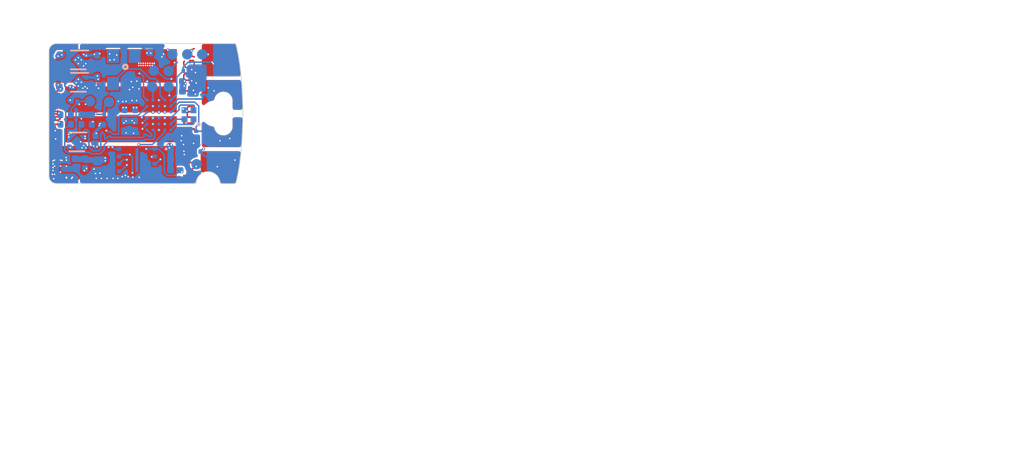
<source format=kicad_pcb>
(kicad_pcb (version 20221018) (generator pcbnew)
  (title_block (title "Tomu, I'm") (date "$Id$") (company "Sean 'xobs' Cross <sean@xobs.io>") (comment 1 "License: CC-BY-SA 4.0 or TAPR") (comment 2 "http://tomu.im") (comment 3 "https://github.com/im-tomu/fomu-hardware"))
  (layers (0 "F.Cu" signal) (1 "In1.Cu" signal) (2 "In2.Cu" signal) (31 "B.Cu" signal) (34 "B.Paste" user) (35 "F.Paste" user) (36 "B.SilkS" user "B.Silkscreen") (37 "F.SilkS" user "F.Silkscreen") (38 "B.Mask" user) (39 "F.Mask" user) (44 "Edge.Cuts" user))
  (net 0 "")
  (net 1 "GND")
  (net 2 "+3V3")
  (net 3 "/SPI_MISO")
  (net 4 "/SPI_CS")
  (net 5 "/SPI_CLK")
  (net 6 "/SPI_IO2")
  (net 7 "/SPI_IO3")
  (net 8 "/CRESET")
  (net 9 "/CDONE")
  (net 10 "/ICE_USBN")
  (net 11 "/ICE_USBP")
  (net 12 "+5V")
  (net 13 "/SPI_MOSI")
  (net 14 "/OSC_IN")
  (net 15 "/PU_CTRL_USBP")
  (net 16 "/VCCPLL")
  (net 17 "+1V2")
  (net 18 "+2V5")
  (net 19 "/TOUCH_4")
  (net 20 "/TOUCH_1")
  (net 21 "/TOUCH_2")
  (net 22 "/TOUCH_3")
  (net 23 "/LED_B")
  (net 24 "/LED_G")
  (net 25 "/LED_R")
  (net 26 "/USB_P")
  (net 27 "/USB_N")
  (net 28 "Net-(U5-PadE3)")
  (net 29 "Net-(U5-PadB3)")
  (net 30 "Net-(U5-PadC3)")
  (net 31 "Net-(U7-Pad1)")
  (footprint "tomu-fpga:captouch-edge" (layer "F.Cu") (at 28.1 21.8 180)
    (fp_text reference "SW2" hide)
    (fp_text value "Captouch Pads")
  )
  (footprint "tomu-fpga:nothing" (layer "F.Cu") (at 15.3 32.4)
    (fp_text reference "XX2" hide)
    (fp_text value "Case" hide)
  )
  (footprint "tomu-fpga:soldermask-removal" (layer "F.Cu") (at 28.8 21.9)
    (fp_text reference "XX1" hide)
    (fp_text value "Touchpad Mask Removal" hide)
  )
  (footprint "tomu-fpga:nothing" (layer "F.Cu") (at 26.85 19.31)
    (fp_text reference "XX3" hide)
    (fp_text value "ESD Bag" hide)
  )
  (footprint "tomu-fpga:USB-PCB" (layer "F.Cu") (at 16.85 27.35)
    (fp_text reference "U9" hide)
    (fp_text value "USB-B" hide)
  )
  (footprint "tomu-fpga:testpoint" (layer "B.Cu") (at 26.3 17.825)
    (fp_text reference "TP3" hide)
    (fp_text value "Testpoint" hide)
  )
  (footprint "tomu-fpga:testpoint" (layer "B.Cu") (at 25.05 18.95)
    (fp_text reference "TP4" hide)
    (fp_text value "Testpoint" hide)
  )
  (footprint "tomu-fpga:testpoint" (layer "B.Cu") (at 23.95 20)
    (fp_text reference "TP6" hide)
    (fp_text value "Testpoint" hide)
  )
  (footprint "tomu-fpga:testpoint" (layer "B.Cu") (at 26.925 25.2)
    (fp_text reference "TP7" hide)
    (fp_text value "Testpoint" hide)
  )
  (footprint "tomu-fpga:testpoint" (layer "B.Cu") (at 25.05 20)
    (fp_text reference "TP9" hide)
    (fp_text value "Testpoint" hide)
  )
  (footprint "tomu-fpga:testpoint" (layer "B.Cu") (at 19.775 20.975)
    (fp_text reference "TP10" hide)
    (fp_text value "Testpoint" hide)
  )
  (footprint "tomu-fpga:testpoint" (layer "B.Cu") (at 17.6 20.95)
    (fp_text reference "TP1" hide)
    (fp_text value "Testpoint" hide)
  )
  (footprint "tomu-fpga:testpoint" (layer "B.Cu") (at 25.3 17.825)
    (fp_text reference "TP2" hide)
    (fp_text value "Testpoint" hide)
  )
  (footprint "tomu-fpga:Texas_X2SON-4_1x1mm_P0.65mm" (layer "B.Cu") (at 18.9 23.7 180)
    (fp_text reference "U2" hide)
    (fp_text value "LDO-X2SON-3.3V")
  )
  (footprint "tomu-fpga:Texas_X2SON-4_1x1mm_P0.65mm" (layer "B.Cu") (at 19 18.2 180)
    (fp_text reference "U1" hide)
    (fp_text value "LDO-X2SON-1.2V")
  )
  (footprint "tomu-fpga:R_0201_0603Metric" (layer "B.Cu") (at 19.9 22.2 90)
    (fp_text reference "R9" hide)
    (fp_text value "0201, 1.5k, 1/16W, 1%")
  )
  (footprint "tomu-fpga:R_0201_0603Metric" (layer "B.Cu") (at 19.2 22.2 90)
    (fp_text reference "R12" hide)
    (fp_text value "0201, 22ohm, 1/16W, 1%")
  )
  (footprint "tomu-fpga:R_0201_0603Metric" (layer "B.Cu") (at 18.5 22.2 90)
    (fp_text reference "R11" hide)
    (fp_text value "0201, 22ohm, 1/16W, 1%")
  )
  (footprint "tomu-fpga:C_0201_0603Metric" (layer "B.Cu") (at 20.26 19.68 -90)
    (fp_text reference "C10" hide)
    (fp_text value "0201, 1uF, 10V, X5R, 20%")
  )
  (footprint "tomu-fpga:C_0201_0603Metric" (layer "B.Cu") (at 20.26 18.205 -90)
    (fp_text reference "C8" hide)
    (fp_text value "0201, 1uF, 10V, X5R, 20%")
  )
  (footprint "tomu-fpga:C_0201_0603Metric" (layer "B.Cu") (at 22.8 22.625 -90)
    (fp_text reference "C7" hide)
    (fp_text value "0201, 100nF, 10V, X5R, 20%")
  )
  (footprint "tomu-fpga:C_0201_0603Metric" (layer "B.Cu") (at 20.95 22.545)
    (fp_text reference "C4" hide)
    (fp_text value "0201, 100nF, 10V, X5R, 20%")
  )
  (footprint "tomu-fpga:C_0201_0603Metric" (layer "B.Cu") (at 17.74 18.185 90)
    (fp_text reference "C1" hide)
    (fp_text value "0201, 1uF, 10V, X5R, 20%")
  )
  (footprint "tomu-fpga:C_0201_0603Metric" (layer "B.Cu") (at 26.3 19.625)
    (fp_text reference "C25" hide)
    (fp_text value "0201, 1uF, 10V, X5R, 20%")
  )
  (footprint "tomu-fpga:C_0201_0603Metric" (layer "B.Cu") (at 26.3 20.325)
    (fp_text reference "C21" hide)
    (fp_text value "0201, 100nF, 10V, X5R, 20%")
  )
  (footprint "tomu-fpga:C_0201_0603Metric" (layer "B.Cu") (at 22.8 21.225 90)
    (fp_text reference "C20" hide)
    (fp_text value "0201, 100nF, 10V, X5R, 20%")
  )
  (footprint "tomu-fpga:C_0201_0603Metric" (layer "B.Cu") (at 22.1 21.225 90)
    (fp_text reference "C17" hide)
    (fp_text value "0201, 1uF, 10V, X5R, 20%")
  )
  (footprint "tomu-fpga:iCE40UP5K-UWG30" (layer "B.Cu") (at 24.4 21.9)
    (fp_text reference "U5")
    (fp_text value "ICE40UP5K-UWG30")
  )
  (footprint "tomu-fpga:testpoint" (layer "B.Cu") (at 27.3 17.825)
    (fp_text reference "TP5" hide)
    (fp_text value "Testpoint" hide)
  )
  (footprint "tomu-fpga:XTAL-2520" (layer "B.Cu") (at 22.05 18.865 -90)
    (fp_text reference "U7" hide)
    (fp_text value "Crystal Oscillator")
  )
  (footprint "tomu-fpga:SON50P300X200X60-9N" (layer "B.Cu") (at 22.925 24.925 180)
    (fp_text reference "U4" hide)
    (fp_text value "SPI Flash" hide)
  )
  (footprint "tomu-fpga:testpoint" (layer "B.Cu") (at 24.05 18.915)
    (fp_text reference "TP8" hide)
    (fp_text value "Testpoint" hide)
  )
  (footprint "tomu-fpga:R_0201_0603Metric" (layer "B.Cu") (at 17.8 22.2 -90)
    (fp_text reference "R1" hide)
    (fp_text value "0201, 10k, 1/16W")
  )
  (footprint "tomu-fpga:X1-DFN1006-2" (layer "B.Cu") (at 27.325 20.35 90)
    (fp_text reference "D4" hide)
    (fp_text value "D5V0L1B2LP3-7")
  )
  (footprint "tomu-fpga:X1-DFN1006-2" (layer "B.Cu") (at 26.9 23.175 -90)
    (fp_text reference "D2" hide)
    (fp_text value "D5V0L1B2LP3-7")
  )
  (footprint "tomu-fpga:X1-DFN1006-2" (layer "B.Cu") (at 26.975 24.35 180)
    (fp_text reference "D1" hide)
    (fp_text value "D5V0L1B2LP3-7")
  )
  (footprint "tomu-fpga:C_0201_0603Metric" (layer "B.Cu") (at 17.74 19.695 -90)
    (fp_text reference "C3" hide)
    (fp_text value "0201, 1uF, 10V, X5R, 20%")
  )
  (footprint "tomu-fpga:X1-DFN1006-2" (layer "B.Cu") (at 18.725 20.975 180)
    (fp_text reference "D7" hide)
    (fp_text value "D5V0L1B2LP3-7")
  )
  (footprint "tomu-fpga:C_0201_0603Metric" (layer "B.Cu") (at 20.15 23.595 -90)
    (fp_text reference "C9" hide)
    (fp_text value "0201, 1uF, 10V, X5R, 20%")
  )
  (footprint "tomu-fpga:testpoint" (layer "B.Cu") (at 21.05 21.025)
    (fp_text reference "TP11" hide)
    (fp_text value "Testpoint" hide)
  )
  (footprint "tomu-fpga:X1-DFN1006-2" (layer "B.Cu") (at 20.925 21.85)
    (fp_text reference "D6" hide)
    (fp_text value "D5V0L1B2LP3-7")
  )
  (footprint "tomu-fpga:testpoint" (layer "B.Cu") (at 26.1 23.3)
    (fp_text reference "TP12" hide)
    (fp_text value "Testpoint" hide)
  )
  (footprint "tomu-fpga:R_0201_0603Metric" (layer "B.Cu") (at 25.5 25.6 180)
    (fp_text reference "R5" hide)
    (fp_text value "0201, 10k, 1/16W")
  )
  (footprint "tomu-fpga:C_0201_0603Metric" (layer "B.Cu") (at 24.11 17.745 180)
    (fp_text reference "C11" hide)
    (fp_text value "0201, 100nF, 10V, X5R, 20%")
  )
  (footprint "tomu-fpga:C_0201_0603Metric" (layer "B.Cu") (at 22.1 22.625 -90)
    (fp_text reference "C5" hide)
    (fp_text value "0201, 1uF, 10V, X5R, 20%")
  )
  (footprint "tomu-fpga:C_0402_1005Metric" (layer "B.Cu") (at 20.3 25.46 90)
    (fp_text reference "C22" hide)
    (fp_text value "0402, 10uF, 6.3V, X5R, 20%")
  )
  (footprint "tomu-fpga:Texas_X2SON-4_1x1mm_P0.65mm" (layer "B.Cu") (at 19 19.7 180)
    (fp_text reference "U3" hide)
    (fp_text value "LDO-X2SON-2.5V")
  )
  (footprint "tomu-fpga:C_0201_0603Metric" (layer "B.Cu") (at 18.05 25.15 -90)
    (fp_text reference "C2" hide)
    (fp_text value "0201, 1uF, 10V, X5R, 20%")
  )
  (footprint "tomu-fpga:TVS-11V" (layer "B.Cu") (at 19.05 26.125)
    (fp_text reference "D5" hide)
    (fp_text value "VCUT05E1-SD0")
  )
  (footprint "tomu-fpga:C_0201_0603Metric" (layer "B.Cu") (at 18.75 25.15 90)
    (fp_text reference "C23" hide)
    (fp_text value "0201, 100nF, 10V, X5R, 20%")
  )
  (footprint "tomu-fpga:R_0201_0603Metric" (layer "B.Cu") (at 19.45 25.155 90)
    (fp_text reference "R10" hide)
    (fp_text value "0201, 100ohm, 1/16W, 1%")
  )
  (footprint "tomu-fpga:X1-DFN1006-2" (layer "B.Cu") (at 26.225 18.925)
    (fp_text reference "D3" hide)
    (fp_text value "D5V0L1B2LP3-7")
  )
  (footprint "tomu-fpga:C_0201_0603Metric" (layer "B.Cu") (at 25.5 24.9 180)
    (fp_text reference "C24" hide)
    (fp_text value "0201, 1uF, 10V, X5R, 20%")
  )
  (footprint "tomu-fpga:C_0201_0603Metric" (layer "B.Cu") (at 25.5 24.2 180)
    (fp_text reference "C28" hide)
    (fp_text value "0201, 100nF, 10V, X5R, 20%")
  )
  (footprint "tomu-fpga:LED-RGB-5DS-UHD1110-FKA" (layer "B.Cu") (at 26.42 21.88 90)
    (fp_text reference "U10" hide)
    (fp_text value "RGB-LED")
  )
  (gr_arc (start 17.025 17.6) (mid 17.171447 17.246447) (end 17.525 17.1) (stroke (width 0.05)) (layer "Edge.Cuts"))
  (gr_arc (start 29.325 22.65) (mid 28.725 23.25) (end 28.125 22.65) (stroke (width 0.01)) (layer "Edge.Cuts"))
  (gr_line (start 29.885 18.97) (end 29.865 18.86) (stroke (width 0.05)) (layer "Edge.Cuts"))
  (gr_line (start 29.695 25.88) (end 29.715 25.78) (stroke (width 0.05)) (layer "Edge.Cuts"))
  (gr_line (start 30.025 22.34) (end 30.025 22.2) (stroke (width 0.05)) (layer "Edge.Cuts"))
  (gr_line (start 29.735 25.69) (end 29.745 25.59) (stroke (width 0.05)) (layer "Edge.Cuts"))
  (gr_line (start 29.655 17.55) (end 29.645 17.46) (stroke (width 0.05)) (layer "Edge.Cuts"))
  (gr_line (start 29.905 24.39) (end 29.915 24.27) (stroke (width 0.05)) (layer "Edge.Cuts"))
  (gr_line (start 30.025 22.2) (end 30.025 22.07) (stroke (width 0.05)) (layer "Edge.Cuts"))
  (gr_line (start 29.585 26.37) (end 29.605 26.3) (stroke (width 0.05)) (layer "Edge.Cuts"))
  (gr_line (start 29.655 26.05) (end 29.675 25.96) (stroke (width 0.05)) (layer "Edge.Cuts"))
  (gr_line (start 29.885 24.63) (end 29.895 24.51) (stroke (width 0.05)) (layer "Edge.Cuts"))
  (gr_line (start 29.855 24.86) (end 29.865 24.74) (stroke (width 0.05)) (layer "Edge.Cuts"))
  (gr_line (start 29.795 18.31) (end 29.785 18.21) (stroke (width 0.05)) (layer "Edge.Cuts"))
  (gr_line (start 29.625 26.22) (end 29.645 26.14) (stroke (width 0.05)) (layer "Edge.Cuts"))
  (gr_line (start 29.965 23.65) (end 29.975 23.53) (stroke (width 0.05)) (layer "Edge.Cuts"))
  (gr_line (start 30.015 22.47) (end 30.025 22.34) (stroke (width 0.05)) (layer "Edge.Cuts"))
  (gr_line (start 29.555 26.45) (end 29.585 26.37) (stroke (width 0.05)) (layer "Edge.Cuts"))
  (gr_line (start 29.855 18.74) (end 29.845 18.63) (stroke (width 0.05)) (layer "Edge.Cuts"))
  (gr_line (start 29.945 23.9) (end 29.955 23.78) (stroke (width 0.05)) (layer "Edge.Cuts"))
  (gr_arc (start 17.525 26.5) (mid 17.171447 26.353553) (end 17.025 26) (stroke (width 0.05)) (layer "Edge.Cuts"))
  (gr_line (start 29.735 17.91) (end 29.715 17.82) (stroke (width 0.05)) (layer "Edge.Cuts"))
  (gr_line (start 29.975 20.07) (end 29.965 19.95) (stroke (width 0.05)) (layer "Edge.Cuts"))
  (gr_line (start 29.645 17.46) (end 29.625 17.38) (stroke (width 0.05)) (layer "Edge.Cuts"))
  (gr_line (start 30.005 20.73) (end 30.005 20.59) (stroke (width 0.05)) (layer "Edge.Cuts"))
  (gr_arc (start 26.9 26.5) (mid 27.7 25.7) (end 28.5 26.5) (stroke (width 0.05)) (layer "Edge.Cuts"))
  (gr_line (start 29.995 23.14) (end 30.005 23.01) (stroke (width 0.05)) (layer "Edge.Cuts"))
  (gr_line (start 29.645 26.14) (end 29.655 26.05) (stroke (width 0.05)) (layer "Edge.Cuts"))
  (gr_line (start 29.815 18.42) (end 29.795 18.31) (stroke (width 0.05)) (layer "Edge.Cuts"))
  (gr_line (start 29.985 20.2) (end 29.975 20.07) (stroke (width 0.05)) (layer "Edge.Cuts"))
  (gr_line (start 30.015 20.99) (end 30.015 20.86) (stroke (width 0.05)) (layer "Edge.Cuts"))
  (gr_line (start 29.845 18.63) (end 29.825 18.52) (stroke (width 0.05)) (layer "Edge.Cuts"))
  (gr_line (start 29.945 19.7) (end 29.935 19.57) (stroke (width 0.05)) (layer "Edge.Cuts"))
  (gr_line (start 29.825 18.52) (end 29.815 18.42) (stroke (width 0.05)) (layer "Edge.Cuts"))
  (gr_line (start 29.925 24.15) (end 29.935 24.03) (stroke (width 0.05)) (layer "Edge.Cuts"))
  (gr_line (start 29.745 18.01) (end 29.735 17.91) (stroke (width 0.05)) (layer "Edge.Cuts"))
  (gr_line (start 29.865 18.86) (end 29.855 18.74) (stroke (width 0.05)) (layer "Edge.Cuts"))
  (gr_line (start 29.935 24.03) (end 29.945 23.9) (stroke (width 0.05)) (layer "Edge.Cuts"))
  (gr_line (start 29.525 17.1) (end 17.525 17.1) (stroke (width 0.05)) (layer "Edge.Cuts"))
  (gr_line (start 29.815 25.18) (end 29.825 25.08) (stroke (width 0.05)) (layer "Edge.Cuts"))
  (gr_line (start 30.015 22.61) (end 30.015 22.47) (stroke (width 0.05)) (layer "Edge.Cuts"))
  (gr_line (start 29.985 23.27) (end 29.995 23.14) (stroke (width 0.05)) (layer "Edge.Cuts"))
  (gr_line (start 30.015 22.74) (end 30.015 22.61) (stroke (width 0.05)) (layer "Edge.Cuts"))
  (gr_line (start 29.525 26.5) (end 29.555 26.45) (stroke (width 0.05)) (layer "Edge.Cuts"))
  (gr_line (start 29.785 18.21) (end 29.765 18.11) (stroke (width 0.05)) (layer "Edge.Cuts"))
  (gr_line (start 29.915 24.27) (end 29.925 24.15) (stroke (width 0.05)) (layer "Edge.Cuts"))
  (gr_line (start 29.935 19.57) (end 29.925 19.45) (stroke (width 0.05)) (layer "Edge.Cuts"))
  (gr_line (start 29.765 25.49) (end 29.785 25.39) (stroke (width 0.05)) (layer "Edge.Cuts"))
  (gr_line (start 30.025 21.8) (end 30.025 21.67) (stroke (width 0.05)) (layer "Edge.Cuts"))
  (gr_line (start 29.925 19.45) (end 29.915 19.33) (stroke (width 0.05)) (layer "Edge.Cuts"))
  (gr_line (start 29.955 19.82) (end 29.945 19.7) (stroke (width 0.05)) (layer "Edge.Cuts"))
  (gr_line (start 29.795 25.29) (end 29.815 25.18) (stroke (width 0.05)) (layer "Edge.Cuts"))
  (gr_line (start 29.325 20.95) (end 29.325 22.65) (stroke (width 0.01)) (layer "Edge.Cuts"))
  (gr_line (start 29.675 25.96) (end 29.695 25.88) (stroke (width 0.05)) (layer "Edge.Cuts"))
  (gr_line (start 30.025 21.4) (end 30.025 21.26) (stroke (width 0.05)) (layer "Edge.Cuts"))
  (gr_line (start 29.895 19.09) (end 29.885 18.97) (stroke (width 0.05)) (layer "Edge.Cuts"))
  (gr_arc (start 28.125 20.95) (mid 28.725 20.35) (end 29.325 20.95) (stroke (width 0.01)) (layer "Edge.Cuts"))
  (gr_line (start 17.525 26.5) (end 26.9 26.5) (stroke (width 0.05)) (layer "Edge.Cuts"))
  (gr_line (start 30.025 21.93) (end 30.025 21.8) (stroke (width 0.05)) (layer "Edge.Cuts"))
  (gr_line (start 29.605 26.3) (end 29.625 26.22) (stroke (width 0.05)) (layer "Edge.Cuts"))
  (gr_line (start 29.765 18.11) (end 29.745 18.01) (stroke (width 0.05)) (layer "Edge.Cuts"))
  (gr_line (start 17.025 17.6) (end 17.025 26) (stroke (width 0.05)) (layer "Edge.Cuts"))
  (gr_line (start 29.995 20.46) (end 29.985 20.33) (stroke (width 0.05)) (layer "Edge.Cuts"))
  (gr_line (start 29.785 25.39) (end 29.795 25.29) (stroke (width 0.05)) (layer "Edge.Cuts"))
  (gr_line (start 29.845 24.97) (end 29.855 24.86) (stroke (width 0.05)) (layer "Edge.Cuts"))
  (gr_line (start 29.965 19.95) (end 29.955 19.82) (stroke (width 0.05)) (layer "Edge.Cuts"))
  (gr_line (start 29.585 17.23) (end 29.555 17.15) (stroke (width 0.05)) (layer "Edge.Cuts"))
  (gr_line (start 30.015 20.86) (end 30.005 20.73) (stroke (width 0.05)) (layer "Edge.Cuts"))
  (gr_line (start 29.895 24.51) (end 29.905 24.39) (stroke (width 0.05)) (layer "Edge.Cuts"))
  (gr_line (start 30.015 21.13) (end 30.015 20.99) (stroke (width 0.05)) (layer "Edge.Cuts"))
  (gr_line (start 29.825 25.08) (end 29.845 24.97) (stroke (width 0.05)) (layer "Edge.Cuts"))
  (gr_line (start 29.555 17.15) (end 29.525 17.1) (stroke (width 0.05)) (layer "Edge.Cuts"))
  (gr_line (start 29.695 17.72) (end 29.675 17.64) (stroke (width 0.05)) (layer "Edge.Cuts"))
  (gr_line (start 29.915 19.33) (end 29.905 19.21) (stroke (width 0.05)) (layer "Edge.Cuts"))
  (gr_line (start 29.745 25.59) (end 29.765 25.49) (stroke (width 0.05)) (layer "Edge.Cuts"))
  (gr_line (start 29.605 17.3) (end 29.585 17.23) (stroke (width 0.05)) (layer "Edge.Cuts"))
  (gr_line (start 29.715 25.78) (end 29.735 25.69) (stroke (width 0.05)) (layer "Edge.Cuts"))
  (gr_line (start 29.905 19.21) (end 29.895 19.09) (stroke (width 0.05)) (layer "Edge.Cuts"))
  (gr_line (start 30.005 20.59) (end 29.995 20.46) (stroke (width 0.05)) (layer "Edge.Cuts"))
  (gr_line (start 30.005 23.01) (end 30.005 22.87) (stroke (width 0.05)) (layer "Edge.Cuts"))
  (gr_line (start 28.5 26.5) (end 29.525 26.5) (stroke (width 0.05)) (layer "Edge.Cuts"))
  (gr_line (start 29.715 17.82) (end 29.695 17.72) (stroke (width 0.05)) (layer "Edge.Cuts"))
  (gr_line (start 29.985 23.4) (end 29.985 23.27) (stroke (width 0.05)) (layer "Edge.Cuts"))
  (gr_line (start 30.025 21.53) (end 30.025 21.4) (stroke (width 0.05)) (layer "Edge.Cuts"))
  (gr_line (start 30.025 21.67) (end 30.025 21.53) (stroke (width 0.05)) (layer "Edge.Cuts"))
  (gr_line (start 29.975 23.53) (end 29.985 23.4) (stroke (width 0.05)) (layer "Edge.Cuts"))
  (gr_line (start 29.625 17.38) (end 29.605 17.3) (stroke (width 0.05)) (layer "Edge.Cuts"))
  (gr_line (start 30.025 21.26) (end 30.015 21.13) (stroke (width 0.05)) (layer "Edge.Cuts"))
  (gr_line (start 29.955 23.78) (end 29.965 23.65) (stroke (width 0.05)) (layer "Edge.Cuts"))
  (gr_line (start 29.985 20.33) (end 29.985 20.2) (stroke (width 0.05)) (layer "Edge.Cuts"))
  (gr_line (start 30.025 22.07) (end 30.025 21.93) (stroke (width 0.05)) (layer "Edge.Cuts"))
  (gr_line (start 29.675 17.64) (end 29.655 17.55) (stroke (width 0.05)) (layer "Edge.Cuts"))
  (gr_line (start 30.005 22.87) (end 30.015 22.74) (stroke (width 0.05)) (layer "Edge.Cuts"))
  (gr_line (start 29.865 24.74) (end 29.885 24.63) (stroke (width 0.05)) (layer "Edge.Cuts"))
  (gr_arc (start 28.125 22.65) (mid 27.275 21.8) (end 28.125 20.95) (stroke (width 0.01)) (layer "Edge.Cuts"))
  (gr_text "tomu.im FPGA" (at 26.45 26.225 90) (layer "F.Cu") (effects (font (size 0.7 0.84) (thickness 0.1)) (justify left)))
  (gr_text "PVT10419SG" (at 17.55 21.875 90) (layer "F.Cu") (effects (font (size 0.5 0.41) (thickness 0.1025))))
  (segment (start 18.2 18.45) (end 18.225 18.425) (width 0.1524) (layer "F.Cu") (net 1))
  (segment (start 21.525 18.425) (end 18.225 18.425) (width 0.1524) (layer "F.Cu") (net 1))
  (segment (start 17.6 18.45) (end 18.2 18.45) (width 0.1524) (layer "F.Cu") (net 1))
  (segment (start 18.225 18.425) (end 18.225 18.6) (width 0.1524) (layer "F.Cu") (net 1))
  (segment (start 21.7 18.6) (end 21.525 18.425) (width 0.1524) (layer "F.Cu") (net 1))
  (segment (start 18.225 18.6) (end 17.6 19.225) (width 0.1524) (layer "F.Cu") (net 1))
  (segment (start 17.45 19.2) (end 18.225 18.425) (width 0.1524) (layer "F.Cu") (net 1))
  (via micro (at 23.65 18.575) (size 0.2) (drill 0.1) (layers "F.Cu" "In1.Cu") (net 1))
  (via micro (at 23.95 18.425) (size 0.2) (drill 0.1) (layers "F.Cu" "In1.Cu") (net 1))
  (via micro (at 23.5 18.575) (size 0.2) (drill 0.1) (layers "F.Cu" "In1.Cu") (net 1))
  (via micro (at 23.35 18.425) (size 0.2) (drill 0.1) (layers "F.Cu" "In1.Cu") (net 1))
  (via micro (at 23.8 18.575) (size 0.2) (drill 0.1) (layers "F.Cu" "In1.Cu") (net 1))
  (via micro (at 23.95 18.575) (size 0.2) (drill 0.1) (layers "F.Cu" "In1.Cu") (net 1))
  (via micro (at 23.8 18.425) (size 0.2) (drill 0.1) (layers "F.Cu" "In1.Cu") (net 1))
  (via micro (at 23.2 18.425) (size 0.2) (drill 0.1) (layers "F.Cu" "In1.Cu") (net 1))
  (via micro (at 23.2 18.575) (size 0.2) (drill 0.1) (layers "F.Cu" "In1.Cu") (net 1))
  (via micro (at 23.35 18.575) (size 0.2) (drill 0.1) (layers "F.Cu" "In1.Cu") (net 1))
  (via micro (at 23.05 18.575) (size 0.2) (drill 0.1) (layers "F.Cu" "In1.Cu") (net 1))
  (via micro (at 23.5 18.425) (size 0.2) (drill 0.1) (layers "F.Cu" "In1.Cu") (net 1))
  (via micro (at 23.05 18.425) (size 0.2) (drill 0.1) (layers "F.Cu" "In1.Cu") (net 1))
  (via micro (at 23.65 18.425) (size 0.2) (drill 0.1) (layers "F.Cu" "In1.Cu") (net 1))
  (via micro (at 25.93 23.285) (size 0.2) (drill 0.1) (layers "In2.Cu" "B.Cu") (net 1))
  (via micro (at 22.34 26.035) (size 0.2) (drill 0.1) (layers "In2.Cu" "B.Cu") (net 1))
  (via micro (at 21.94 26.035) (size 0.2) (drill 0.1) (layers "In2.Cu" "B.Cu") (net 1))
  (via micro (at 21.325 26.15) (size 0.2) (drill 0.1) (layers "In2.Cu" "B.Cu") (net 1))
  (via micro (at 20.05 25.525) (size 0.2) (drill 0.1) (layers "In2.Cu" "B.Cu") (net 1))
  (via micro (at 19.5 24.1) (size 0.2) (drill 0.1) (layers "In2.Cu" "B.Cu") (net 1))
  (via micro (at 19.25 24.1) (size 0.2) (drill 0.1) (layers "In2.Cu" "B.Cu") (net 1))
  (via micro (at 19.35 23.95) (size 0.2) (drill 0.1) (layers "In2.Cu" "B.Cu") (net 1))
  (via micro (at 19.15 23.7) (size 0.2) (drill 0.1) (layers "In2.Cu" "B.Cu") (net 1))
  (via micro (at 19.6 20.1) (size 0.2) (drill 0.1) (layers "In2.Cu" "B.Cu") (net 1))
  (via micro (at 19.3 20.1) (size 0.2) (drill 0.1) (layers "In2.Cu" "B.Cu") (net 1))
  (via micro (at 19.45 20) (size 0.2) (drill 0.1) (layers "In2.Cu" "B.Cu") (net 1))
  (via micro (at 19 19.95) (size 0.2) (drill 0.1) (layers "In2.Cu" "B.Cu") (net 1))
  (via micro (at 19 19.5) (size 0.2) (drill 0.1) (layers "In2.Cu" "B.Cu") (net 1))
  (via micro (at 19.2 19.7) (size 0.2) (drill 0.1) (layers "In2.Cu" "B.Cu") (net 1))
  (via micro (at 20.35 20.1) (size 0.2) (drill 0.1) (layers "In2.Cu" "B.Cu") (net 1))
  (via micro (at 20.2 19.9) (size 0.2) (drill 0.1) (layers "In2.Cu" "B.Cu") (net 1))
  (via micro (at 19.35 18.6) (size 0.2) (drill 0.1) (layers "In2.Cu" "B.Cu") (net 1))
  (via micro (at 19.5 18.45) (size 0.2) (drill 0.1) (layers "In2.Cu" "B.Cu") (net 1))
  (via micro (at 19 18.45) (size 0.2) (drill 0.1) (layers "In2.Cu" "B.Cu") (net 1))
  (via micro (at 19 18.05) (size 0.2) (drill 0.1) (layers "In2.Cu" "B.Cu") (net 1))
  (via micro (at 18.8 18.2) (size 0.2) (drill 0.1) (layers "In2.Cu" "B.Cu") (net 1))
  (via micro (at 19.2 18.2) (size 0.2) (drill 0.1) (layers "In2.Cu" "B.Cu") (net 1))
  (via micro (at 17.89 17.865) (size 0.2) (drill 0.1) (layers "In2.Cu" "B.Cu") (net 1))
  (via micro (at 17.64 17.945) (size 0.2) (drill 0.1) (layers "In2.Cu" "B.Cu") (net 1))
  (via micro (at 17.8 20.15) (size 0.2) (drill 0.1) (layers "In2.Cu" "B.Cu") (net 1))
  (via micro (at 26.6 18.85) (size 0.2) (drill 0.1) (layers "In2.Cu" "B.Cu") (net 1))
  (via micro (at 26.85 19.05) (size 0.2) (drill 0.1) (layers "In2.Cu" "B.Cu") (net 1))
  (via micro (at 26.6 19.6) (size 0.2) (drill 0.1) (layers "In2.Cu" "B.Cu") (net 1))
  (via micro (at 26.9 19.75) (size 0.2) (drill 0.1) (layers "In2.Cu" "B.Cu") (net 1))
  (via micro (at 26.85 20.5) (size 0.2) (drill 0.1) (layers "In2.Cu" "B.Cu") (net 1))
  (via micro (at 22.2 23.1) (size 0.2) (drill 0.1) (layers "In2.Cu" "B.Cu") (net 1))
  (via micro (at 21.68 20.975) (size 0.2) (drill 0.1) (layers "In2.Cu" "B.Cu") (net 1))
  (via micro (at 20.2 26.15) (size 0.2) (drill 0.1) (layers "In2.Cu" "B.Cu") (net 1))
  (via micro (at 20.55 26.15) (size 0.2) (drill 0.1) (layers "In2.Cu" "B.Cu") (net 1))
  (via micro (at 20.45 25.8) (size 0.2) (drill 0.1) (layers "In2.Cu" "B.Cu") (net 1))
  (via micro (at 26.725 23.8) (size 0.2) (drill 0.1) (layers "In2.Cu" "B.Cu") (net 1))
  (via micro (at 20.15 25.825) (size 0.2) (drill 0.1) (layers "In2.Cu" "B.Cu") (net 1))
  (via micro (at 20.925 26.15) (size 0.2) (drill 0.1) (layers "In2.Cu" "B.Cu") (net 1))
  (via micro (at 26.05 23.875) (size 0.2) (drill 0.1) (layers "In2.Cu" "B.Cu") (net 1))
  (via micro (at 23.075 26.075) (size 0.2) (drill 0.1) (layers "In2.Cu" "B.Cu") (net 1))
  (via micro (at 20.25 24.025) (size 0.2) (drill 0.1) (layers "In2.Cu" "B.Cu") (net 1))
  (via micro (at 22.92 19.625) (size 0.2) (drill 0.1) (layers "In2.Cu" "B.Cu") (net 1))
  (via micro (at 22.55 19.655) (size 0.2) (drill 0.1) (layers "In2.Cu" "B.Cu") (net 1))
  (via micro (at 22.65 20.035) (size 0.2) (drill 0.1) (layers "In2.Cu" "B.Cu") (net 1))
  (via micro (at 22.7 23.125) (size 0.2) (drill 0.1) (layers "In2.Cu" "B.Cu") (net 1))
  (via micro (at 22.43 20.195) (size 0.2) (drill 0.1) (layers "In2.Cu" "B.Cu") (net 1))
  (via micro (at 21.65 26.15) (size 0.2) (drill 0.1) (layers "In2.Cu" "B.Cu") (net 1))
  (via micro (at 22.9 20.925) (size 0.2) (drill 0.1) (layers "In2.Cu" "B.Cu") (net 1))
  (via micro (at 21.975 21) (size 0.2) (drill 0.1) (layers "In2.Cu" "B.Cu") (net 1))
  (via micro (at 26.075 24.325) (size 0.2) (drill 0.1) (layers "In2.Cu" "B.Cu") (net 1))
  (via micro (at 22.2 20.975) (size 0.2) (drill 0.1) (layers "In2.Cu" "B.Cu") (net 1))
  (via micro (at 24 21.3) (size 0.2) (drill 0.1) (layers "In2.Cu" "B.Cu") (net 1))
  (via micro (at 17.65 19.875) (size 0.2) (drill 0.1) (layers "In2.Cu" "B.Cu") (net 1))
  (via micro (at 18.45 20.905) (size 0.2) (drill 0.1) (layers "In2.Cu" "B.Cu") (net 1))
  (via micro (at 24.71 17.805) (size 0.2) (drill 0.1) (layers "In2.Cu" "B.Cu") (net 1))
  (via micro (at 18.85 19.725) (size 0.2) (drill 0.1) (layers "In2.Cu" "B.Cu") (net 1))
  (via micro (at 26.71 20.245) (size 0.2) (drill 0.1) (layers "In2.Cu" "B.Cu") (net 1))
  (via micro (at 26.1 24.55) (size 0.2) (drill 0.1) (layers "In2.Cu" "B.Cu") (net 1))
  (via micro (at 25.9 23.625) (size 0.2) (drill 0.1) (layers "In2.Cu" "B.Cu") (net 1))
  (via micro (at 23.06 20.145) (size 0.2) (drill 0.1) (layers "In2.Cu" "B.Cu") (net 1))
  (via micro (at 24.8 22.5) (size 0.2) (drill 0.1) (layers "In2.Cu" "B.Cu") (net 1))
  (via micro (at 22.65 26.075) (size 0.2) (drill 0.1) (layers "In2.Cu" "B.Cu") (net 1))
  (via micro (at 20.025 23.975) (size 0.2) (drill 0.1) (layers "In2.Cu" "B.Cu") (net 1))
  (via micro (at 24.6 17.995) (size 0.2) (drill 0.1) (layers "In2.Cu" "B.Cu") (net 1))
  (via micro (at 22.6 20.925) (size 0.2) (drill 0.1) (layers "In2.Cu" "B.Cu") (net 1))
  (via micro (at 22.15 25.95) (size 0.2) (drill 0.1) (layers "In2.Cu" "B.Cu") (net 1))
  (segment (start 19.445 18.54) (end 19.43 18.525) (width 0.2) (layer "B.Cu") (net 1))
  (segment (start 19.3 20) (end 19.3 20.225) (width 0.4) (layer "B.Cu") (net 1))
  (segment (start 18 25.52) (end 18.725 25.52) (width 0.4) (layer "B.Cu") (net 1))
  (segment (start 18.535 20.72786) (end 19 20.26286) (width 0.2) (layer "B.Cu") (net 1))
  (segment (start 19 19.7) (end 19.3 20) (width 0.4) (layer "B.Cu") (net 1))
  (segment (start 19 18.2) (end 19.105 18.2) (width 0.4) (layer "B.Cu") (net 1))
  (segment (start 20.075 25.74) (end 20.04 25.74) (width 0.2) (layer "B.Cu") (net 1))
  (segment (start 19.2 24) (end 19.2 24.05) (width 0.4) (layer "B.Cu") (net 1))
  (segment (start 19 20.210122) (end 19 19.7) (width 0.2) (layer "B.Cu") (net 1))
  (segment (start 19.33 20.025) (end 19.43 20.025) (width 0.2) (layer "B.Cu") (net 1))
  (segment (start 18.9 23.7) (end 19.2 24) (width 0.4) (layer "B.Cu") (net 1))
  (segment (start 18.725 25.52) (end 18.75 25.545) (width 0.4) (layer "B.Cu") (net 1))
  (segment (start 19.43 20.025) (end 19.325 20.025) (width 0.4) (layer "B.Cu") (net 1))
  (segment (start 20.3 20) (end 19.455 20) (width 0.1) (layer "B.Cu") (net 1))
  (segment (start 18.9 23.7) (end 19.1 23.7) (width 0.2) (layer "B.Cu") (net 1))
  (segment (start 18.535 20.975) (end 18.535 20.72786) (width 0.2) (layer "B.Cu") (net 1))
  (segment (start 19.1 23.7) (end 19.35 23.95) (width 0.2) (layer "B.Cu") (net 1))
  (segment (start 19.18 20.175) (end 19.33 20.025) (width 0.2) (layer "B.Cu") (net 1))
  (segment (start 19.25 26.045) (end 19.25 26.125) (width 0.2) (layer "B.Cu") (net 1))
  (segment (start 19.455 20) (end 19.43 20.025) (width 0.1) (layer "B.Cu") (net 1))
  (segment (start 19 19.7) (end 19.275771 19.975771) (width 0.4) (layer "B.Cu") (net 1))
  (segment (start 19.42 18.525) (end 19.43 18.525) (width 0.1) (layer "B.Cu") (net 1))
  (segment (start 19.105 18.2) (end 19.43 18.525) (width 0.4) (layer "B.Cu") (net 1))
  (segment (start 19.325 20.025) (end 19 19.7) (width 0.4) (layer "B.Cu") (net 1))
  (segment (start 19.275771 20.079229) (end 19.18 20.175) (width 0.4) (layer "B.Cu") (net 1))
  (segment (start 19.275771 19.975771) (end 19.275771 20.079229) (width 0.4) (layer "B.Cu") (net 1))
  (segment (start 19 20.26286) (end 19 20.210122) (width 0.2) (layer "B.Cu") (net 1))
  (segment (start 19.050001 19.857999) (end 19.050001 19.905009) (width 0.4) (layer "B.Cu") (net 1))
  (segment (start 19 19.7) (end 19 19.807998) (width 0.4) (layer "B.Cu") (net 1))
  (segment (start 19 19.807998) (end 19.050001 19.857999) (width 0.4) (layer "B.Cu") (net 1))
  (segment (start 18.75 25.545) (end 19.25 26.045) (width 0.2) (layer "B.Cu") (net 1))
  (segment (start 19.45 20) (end 20.3 20) (width 0.4) (layer "B.Cu") (net 1))
  (segment (start 20.3 18.54) (end 19.445 18.54) (width 0.2) (layer "B.Cu") (net 1))
  (segment (start 25.952095 23.733434) (end 25.952095 25.133434) (width 0.2) (layer "B.Cu") (net 1))
  (segment (start 20.375 19.925) (end 20.3 20) (width 0.4) (layer "B.Cu") (net 1))
  (via micro (at 20.4 22.6) (size 0.2) (drill 0.1) (layers "In2.Cu" "B.Cu") (net 2))
  (via micro (at 22.2 22.3) (size 0.2) (drill 0.1) (layers "In2.Cu" "B.Cu") (net 2))
  (via micro (at 24 21.7) (size 0.2) (drill 0.1) (layers "In2.Cu" "B.Cu") (net 2))
  (via micro (at 24.4 22.9) (size 0.2) (drill 0.1) (layers "In2.Cu" "B.Cu") (net 2))
  (via micro (at 18.65 20.05) (size 0.2) (drill 0.1) (layers "In2.Cu" "B.Cu") (net 2))
  (via micro (at 24.8 22.1) (size 0.2) (drill 0.1) (layers "In2.Cu" "B.Cu") (net 2))
  (via micro (at 21.03 24.05) (size 0.2) (drill 0.1) (layers "In2.Cu" "B.Cu") (net 2))
  (via micro (at 21.28 24.05) (size 0.2) (drill 0.1) (layers "In2.Cu" "B.Cu") (net 2))
  (via micro (at 21.1 17.8) (size 0.2) (drill 0.1) (layers "In2.Cu" "B.Cu") (net 2))
  (via micro (at 21.12 18.205) (size 0.2) (drill 0.1) (layers "In2.Cu" "B.Cu") (net 2))
  (via micro (at 22.05 22.425) (size 0.2) (drill 0.1) (layers "In2.Cu" "B.Cu") (net 2))
  (via micro (at 25.1 24.1) (size 0.2) (drill 0.1) (layers "In2.Cu" "B.Cu") (net 2))
  (via micro (at 19.45 23.325) (size 0.2) (drill 0.1) (layers "In2.Cu" "B.Cu") (net 2))
  (via micro (at 25.225 23.9) (size 0.2) (drill 0.1) (layers "In2.Cu" "B.Cu") (net 2))
  (via micro (at 21.575 17.875) (size 0.2) (drill 0.1) (layers "In2.Cu" "B.Cu") (net 2))
  (via micro (at 19.45 23.475) (size 0.2) (drill 0.1) (layers "In2.Cu" "B.Cu") (net 2))
  (via micro (at 23.85 17.745) (size 0.2) (drill 0.1) (layers "In2.Cu" "B.Cu") (net 2))
  (via micro (at 20.2 23.125) (size 0.2) (drill 0.1) (layers "In2.Cu" "B.Cu") (net 2))
  (via micro (at 20.45 22.475) (size 0.2) (drill 0.1) (layers "In2.Cu" "B.Cu") (net 2))
  (via micro (at 26.025 21.5) (size 0.2) (drill 0.1) (layers "In2.Cu" "B.Cu") (net 2))
  (via micro (at 26.275 21.625) (size 0.2) (drill 0.1) (layers "In2.Cu" "B.Cu") (net 2))
  (via micro (at 17.7 22.4) (size 0.2) (drill 0.1) (layers "In2.Cu" "B.Cu") (net 2))
  (via micro (at 25.025 23.925) (size 0.2) (drill 0.1) (layers "In2.Cu" "B.Cu") (net 2))
  (via micro (at 21.4 18.185) (size 0.2) (drill 0.1) (layers "In2.Cu" "B.Cu") (net 2))
  (via micro (at 22.6 22.275) (size 0.2) (drill 0.1) (layers "In2.Cu" "B.Cu") (net 2))
  (via micro (at 18.45 20) (size 0.2) (drill 0.1) (layers "In2.Cu" "B.Cu") (net 2))
  (via micro (at 23.6 17.735) (size 0.2) (drill 0.1) (layers "In2.Cu" "B.Cu") (net 2))
  (via micro (at 22.75 22.425) (size 0.2) (drill 0.1) (layers "In2.Cu" "B.Cu") (net 2))
  (segment (start 25.18 24.425) (end 25.18 25.133434) (width 0.4) (layer "B.Cu") (net 2))
  (segment (start 25.18 24.125) (end 25.175 24.12) (width 0.4) (layer "B.Cu") (net 2))
  (segment (start 21.725 24.175) (end 21.405 24.175) (width 0.1) (layer "B.Cu") (net 2))
  (segment (start 25.18 25.133434) (end 25.18 25.195) (width 0.1) (layer "B.Cu") (net 2))
  (segment (start 25.312095 25.133434) (end 25.312095 25.222095) (width 0.1) (layer "B.Cu") (net 2))
  (segment (start 19.335 23.38) (end 19.33 23.375) (width 0.2) (layer "B.Cu") (net 2))
  (segment (start 20.63 22.545) (end 20.15 23.025) (width 0.2) (layer "B.Cu") (net 2))
  (segment (start 25.175 24.12) (end 25.175 24.015012) (width 0.4) (layer "B.Cu") (net 2))
  (segment (start 25.115011 23.955023) (end 25.175 24.015012) (width 0.4) (layer "B.Cu") (net 2))
  (segment (start 25.18 25.6) (end 25.18 24.2) (width 0.4) (layer "B.Cu") (net 2))
  (segment (start 20.15 23.025) (end 20.15 23.275) (width 0.2) (layer "B.Cu") (net 2))
  (segment (start 21.405 24.175) (end 21.28 24.05) (width 0.1) (layer "B.Cu") (net 2))
  (segment (start 22.1 22.305) (end 22.8 22.305) (width 0.4) (layer "B.Cu") (net 2))
  (segment (start 25.18 24.425) (end 25.18 24.125) (width 0.4) (layer "B.Cu") (net 2))
  (via micro (at 26.6 17.575) (size 0.2) (drill 0.1) (layers "In2.Cu" "B.Cu") (net 3))
  (via micro (at 20.875 22.95) (size 0.2) (drill 0.1) (layers "In2.Cu" "B.Cu") (net 3))
  (via micro (at 23.925 24.7) (size 0.2) (drill 0.1) (layers "In2.Cu" "B.Cu") (net 3))
  (segment (start 21.7 22.025) (end 21.8 21.925) (width 0.1) (layer "B.Cu") (net 3))
  (segment (start 26.55 17.575) (end 26.3 17.825) (width 0.1) (layer "B.Cu") (net 3))
  (segment (start 21.7 23.175) (end 21.7 22.025) (width 0.1) (layer "B.Cu") (net 3))
  (segment (start 23.00357 21.925) (end 23.500001 21.428569) (width 0.1) (layer "B.Cu") (net 3))
  (segment (start 21.8 21.925) (end 23.00357 21.925) (width 0.1) (layer "B.Cu") (net 3))
  (segment (start 20.875 22.95) (end 20.949999 23.024999) (width 0.1) (layer "B.Cu") (net 3))
  (segment (start 20.949999 23.024999) (end 21.15 23.025) (width 0.1) (layer "B.Cu") (net 3))
  (segment (start 23.500001 21.428569) (end 23.500001 21.399999) (width 0.1) (layer "B.Cu") (net 3))
  (segment (start 24.1 24.7) (end 24.125 24.675) (width 0.1) (layer "B.Cu") (net 3))
  (segment (start 23.925 24.7) (end 24.1 24.7) (width 0.1) (layer "B.Cu") (net 3))
  (segment (start 26.6 17.575) (end 26.55 17.575) (width 0.1) (layer "B.Cu") (net 3))
  (segment (start 21.15 23.025) (end 21.3 23.175) (width 0.1) (layer "B.Cu") (net 3))
  (segment (start 23.500001 21.399999) (end 23.6 21.3) (width 0.1) (layer "B.Cu") (net 3))
  (segment (start 21.3 23.175) (end 21.7 23.175) (width 0.1) (layer "B.Cu") (net 3))
  (via micro (at 25.45 18.375) (size 0.2) (drill 0.1) (layers "In2.Cu" "B.Cu") (net 4))
  (via micro (at 25.936706 25.716706) (size 0.2) (drill 0.1) (layers "In2.Cu" "B.Cu") (net 4))
  (via micro (at 23.55 24.175) (size 0.2) (drill 0.1) (layers "In2.Cu" "B.Cu") (net 4))
  (via micro (at 23.3 22.425) (size 0.2) (drill 0.1) (layers "In2.Cu" "B.Cu") (net 4))
  (segment (start 24.765001 25.575) (end 24.765001 24.6) (width 0.1) (layer "B.Cu") (net 4))
  (segment (start 24.125 24.175) (end 24.375 24.175) (width 0.1) (layer "B.Cu") (net 4))
  (segment (start 25.82 25.6) (end 25.46999 25.95001) (width 0.1) (layer "B.Cu") (net 4))
  (segment (start 24.94644 25.95001) (end 24.765001 25.768571) (width 0.1) (layer "B.Cu") (net 4))
  (segment (start 25.46999 25.95001) (end 24.94644 25.95001) (width 0.1) (layer "B.Cu") (net 4))
  (segment (start 24.375 24.175) (end 24.765001 24.565001) (width 0.1) (layer "B.Cu") (net 4))
  (segment (start 24.125 24.175) (end 23.55 24.175) (width 0.1) (layer "B.Cu") (net 4))
  (segment (start 24.765001 24.565001) (end 24.765001 24.6) (width 0.1) (layer "B.Cu") (net 4))
  (segment (start 24.765001 25.768571) (end 24.765001 25.575) (width 0.1) (layer "B.Cu") (net 4))
  (segment (start 25.45 18.375) (end 25.63 18.37) (width 0.1) (layer "B.Cu") (net 4))
  (segment (start 23.6 22.125) (end 23.3 22.425) (width 0.1) (layer "B.Cu") (net 4))
  (segment (start 23.6 22.1) (end 23.6 22.125) (width 0.1) (layer "B.Cu") (net 4))
  (segment (start 24.765001 25.725) (end 24.765001 25.575) (width 0.1) (layer "B.Cu") (net 4))
  (segment (start 25.63 18.37) (end 25.05 18.95) (width 0.1) (layer "B.Cu") (net 4))
  (via micro (at 27.7 17.825) (size 0.2) (drill 0.1) (layers "In2.Cu" "B.Cu") (net 5))
  (via micro (at 22.25 24.9) (size 0.2) (drill 0.1) (layers "In2.Cu" "B.Cu") (net 5))
  (via micro (at 23.253562 22.053562) (size 0.2) (drill 0.1) (layers "In2.Cu" "B.Cu") (net 5))
  (segment (start 21.725 25.175) (end 22 24.9) (width 0.1) (layer "B.Cu") (net 5))
  (segment (start 22 24.9) (end 22.25 24.9) (width 0.1) (layer "B.Cu") (net 5))
  (segment (start 27.7 17.825) (end 27.3 17.825) (width 0.1) (layer "B.Cu") (net 5))
  (segment (start 23.6 21.7) (end 23.6 21.707124) (width 0.1) (layer "B.Cu") (net 5))
  (segment (start 23.6 21.707124) (end 23.253562 22.053562) (width 0.1) (layer "B.Cu") (net 5))
  (via micro (at 24.5 24.875) (size 0.2) (drill 0.1) (layers "In2.Cu" "B.Cu") (net 6))
  (via micro (at 23.62 19.635) (size 0.2) (drill 0.1) (layers "In2.Cu" "B.Cu") (net 6))
  (segment (start 23.62 19.67) (end 23.95 20) (width 0.1) (layer "B.Cu") (net 6))
  (segment (start 24 20.9) (end 24 20.05) (width 0.1) (layer "B.Cu") (net 6))
  (segment (start 24 20.05) (end 23.95 20) (width 0.1) (layer "B.Cu") (net 6))
  (segment (start 24.2 25.175) (end 24.5 24.875) (width 0.1) (layer "B.Cu") (net 6))
  (segment (start 23.62 19.635) (end 23.62 19.67) (width 0.1) (layer "B.Cu") (net 6))
  (segment (start 24.325 25.05) (end 24.5 24.875) (width 0.1) (layer "B.Cu") (net 6))
  (segment (start 24.125 25.175) (end 24.2 25.175) (width 0.1) (layer "B.Cu") (net 6))
  (via micro (at 22.45 24.55) (size 0.2) (drill 0.1) (layers "In2.Cu" "B.Cu") (net 7))
  (via micro (at 26.9 25.35) (size 0.2) (drill 0.1) (layers "In2.Cu" "B.Cu") (net 7))
  (via micro (at 22.625 25.775) (size 0.2) (drill 0.1) (layers "In2.Cu" "B.Cu") (net 7))
  (via micro (at 23.3 22.825) (size 0.2) (drill 0.1) (layers "In2.Cu" "B.Cu") (net 7))
  (segment (start 21.725 24.675) (end 21.85 24.55) (width 0.1) (layer "B.Cu") (net 7))
  (segment (start 21.85 24.55) (end 22.45 24.55) (width 0.1) (layer "B.Cu") (net 7))
  (segment (start 23.3 22.825) (end 23.3 22.8) (width 0.1) (layer "B.Cu") (net 7))
  (segment (start 22.625 25.775) (end 22.625 24.725) (width 0.1) (layer "B.Cu") (net 7))
  (segment (start 23.3 22.8) (end 23.6 22.5) (width 0.1) (layer "B.Cu") (net 7))
  (segment (start 22.625 24.725) (end 22.45 24.55) (width 0.1) (layer "B.Cu") (net 7))
  (via micro (at 17.7 21.775) (size 0.2) (drill 0.1) (layers "In2.Cu" "B.Cu") (net 8))
  (via micro (at 25.24 19.475) (size 0.2) (drill 0.1) (layers "In2.Cu" "B.Cu") (net 8))
  (via micro (at 24.4 20.9) (size 0.2) (drill 0.1) (layers "In2.Cu" "B.Cu") (net 8))
  (via micro (at 24.08 18.435) (size 0.2) (drill 0.1) (layers "In2.Cu" "B.Cu") (net 8))
  (segment (start 25.24 19.475) (end 24.88 19.475) (width 0.1) (layer "B.Cu") (net 8))
  (segment (start 24.08 18.435) (end 24.16 18.805) (width 0.1) (layer "B.Cu") (net 8))
  (segment (start 24.88 19.475) (end 24.225 18.95) (width 0.1) (layer "B.Cu") (net 8))
  (segment (start 24.225 18.95) (end 23.975 18.95) (width 0.1) (layer "B.Cu") (net 8))
  (segment (start 24.16 18.805) (end 24.05 18.915) (width 0.1) (layer "B.Cu") (net 8))
  (via micro (at 25.1 20.585) (size 0.2) (drill 0.1) (layers "In2.Cu" "B.Cu") (net 9))
  (via micro (at 24.4 21.7) (size 0.2) (drill 0.1) (layers "In2.Cu" "B.Cu") (net 9))
  (segment (start 25.1 20.05) (end 25.05 20) (width 0.1) (layer "B.Cu") (net 9))
  (segment (start 25.1 20.585) (end 25.1 20.05) (width 0.1) (layer "B.Cu") (net 9))
  (segment (start 18.247862 24.40001) (end 19.768584 24.40001) (width 0.1) (layer "B.Cu") (net 10))
  (segment (start 20.734999 24.225) (end 20.734999 23.897847) (width 0.1) (layer "B.Cu") (net 10))
  (segment (start 19.768584 24.40001) (end 19.863594 24.49502) (width 0.1) (layer "B.Cu") (net 10))
  (segment (start 20.464979 24.49502) (end 20.734999 24.225) (width 0.1) (layer "B.Cu") (net 10))
  (segment (start 21.032826 23.60002) (end 23.42498 23.60002) (width 0.1) (layer "B.Cu") (net 10))
  (segment (start 18.08999 22.83001) (end 18.08999 24.242138) (width 0.1) (layer "B.Cu") (net 10))
  (segment (start 18.08999 24.242138) (end 18.247862 24.40001) (width 0.1) (layer "B.Cu") (net 10))
  (segment (start 24.12501 23.407836) (end 24.12501 23.02501) (width 0.1) (layer "B.Cu") (net 10))
  (segment (start 19.863594 24.49502) (end 20.464979 24.49502) (width 0.1) (layer "B.Cu") (net 10))
  (segment (start 23.5 23.525) (end 24.007846 23.525) (width 0.1) (layer "B.Cu") (net 10))
  (segment (start 23.42498 23.60002) (end 23.5 23.525) (width 0.1) (layer "B.Cu") (net 10))
  (segment (start 24.12501 23.02501) (end 24 22.9) (width 0.1) (layer "B.Cu") (net 10))
  (segment (start 24.007846 23.525) (end 24.12501 23.407836) (width 0.1) (layer "B.Cu") (net 10))
  (segment (start 20.734999 23.897847) (end 21.032826 23.60002) (width 0.1) (layer "B.Cu") (net 10))
  (segment (start 18.4 22.52) (end 18.08999 22.83001) (width 0.1) (layer "B.Cu") (net 10))
  (segment (start 19.750001 24.098571) (end 19.750001 23.975001) (width 0.1) (layer "B.Cu") (net 11))
  (segment (start 19.57143 22.875) (end 19.455 22.875) (width 0.1) (layer "B.Cu") (net 11))
  (segment (start 21.053581 23.349989) (end 20.97856 23.349989) (width 0.1) (layer "B.Cu") (net 11))
  (segment (start 20.97856 23.349989) (end 20.85 23.49999) (width 0.1) (layer "B.Cu") (net 11))
  (segment (start 19.71001 23.01358) (end 19.57143 22.875) (width 0.1) (layer "B.Cu") (net 11))
  (segment (start 19.71001 23.93501) (end 19.71001 23.01358) (width 0.1) (layer "B.Cu") (net 11))
  (segment (start 20.35356 24.29501) (end 19.94644 24.29501) (width 0.1) (layer "B.Cu") (net 11))
  (segment (start 20.6 23.05) (end 20.6 23.05001) (width 0.1) (layer "B.Cu") (net 11))
  (segment (start 23.7 23.325) (end 23.65 23.275) (width 0.1) (layer "B.Cu") (net 11))
  (segment (start 23.59 23.225) (end 23.45 23.175) (width 0.1) (layer "B.Cu") (net 11))
  (segment (start 23.45 23.175) (end 23.417154 23.207846) (width 0.1) (layer "B.Cu") (net 11))
  (segment (start 20.50001 23.15) (end 20.50001 24.14856) (width 0.1) (layer "B.Cu") (net 11))
  (segment (start 19.26001 23.06999) (end 19.1 23.06999) (width 0.1) (layer "B.Cu") (net 11))
  (segment (start 21.1 23.30357) (end 21.053581 23.349989) (width 0.1) (layer "B.Cu") (net 11))
  (segment (start 23.417154 23.207846) (end 23.417154 23.32499) (width 0.1) (layer "B.Cu") (net 11))
  (segment (start 23.65 23.275) (end 23.59 23.225) (width 0.1) (layer "B.Cu") (net 11))
  (segment (start 23.925 23.225) (end 23.925 23.32499) (width 0.1) (layer "B.Cu") (net 11))
  (segment (start 23.342134 23.40001) (end 21.19644 23.40001) (width 0.1) (layer "B.Cu") (net 11))
  (segment (start 19.1 23.06999) (end 19.1 22.52) (width 0.1) (layer "B.Cu") (net 11))
  (segment (start 19.94644 24.29501) (end 19.750001 24.098571) (width 0.1) (layer "B.Cu") (net 11))
  (segment (start 23.417154 23.32499) (end 23.342134 23.40001) (width 0.1) (layer "B.Cu") (net 11))
  (segment (start 20.6 23.05001) (end 20.50001 23.15) (width 0.1) (layer "B.Cu") (net 11))
  (segment (start 19.750001 23.975001) (end 19.71001 23.93501) (width 0.1) (layer "B.Cu") (net 11))
  (segment (start 23.92499 23.325) (end 23.7 23.325) (width 0.1) (layer "B.Cu") (net 11))
  (segment (start 23.6 22.9) (end 23.925 23.225) (width 0.1) (layer "B.Cu") (net 11))
  (segment (start 19.455 22.875) (end 19.26001 23.06999) (width 0.1) (layer "B.Cu") (net 11))
  (segment (start 21.19644 23.40001) (end 21.1 23.30357) (width 0.1) (layer "B.Cu") (net 11))
  (segment (start 20.767154 23.217154) (end 20.6 23.05) (width 0.1) (layer "B.Cu") (net 11))
  (segment (start 20.85 23.49999) (end 20.767154 23.49999) (width 0.1) (layer "B.Cu") (net 11))
  (segment (start 23.925 23.32499) (end 23.92499 23.325) (width 0.1) (layer "B.Cu") (net 11))
  (segment (start 20.50001 24.14856) (end 20.35356 24.29501) (width 0.1) (layer "B.Cu") (net 11))
  (segment (start 20.767154 23.49999) (end 20.767154 23.217154) (width 0.1) (layer "B.Cu") (net 11))
  (segment (start 17.775 25.2) (end 22.025 25.2) (width 0.1524) (layer "F.Cu") (net 12))
  (segment (start 17.8 25.175) (end 17.775 25.2) (width 0.1524) (layer "F.Cu") (net 12))
  (segment (start 17.775 24.425) (end 17.775 25.2) (width 0.1524) (layer "F.Cu") (net 12))
  (via micro (at 18.6 26.075) (size 0.2) (drill 0.1) (layers "F.Cu" "In1.Cu") (net 12))
  (via micro (at 17.8 24.925) (size 0.2) (drill 0.1) (layers "F.Cu" "In1.Cu") (net 12))
  (via micro (at 17.8 25.325) (size 0.2) (drill 0.1) (layers "F.Cu" "In1.Cu") (net 12))
  (via micro (at 17.8 25.725) (size 0.2) (drill 0.1) (layers "F.Cu" "In1.Cu") (net 12))
  (via micro (at 18.2 25.325) (size 0.2) (drill 0.1) (layers "F.Cu" "In1.Cu") (net 12))
  (via micro (at 17.4 24.925) (size 0.2) (drill 0.1) (layers "F.Cu" "In1.Cu") (net 12))
  (via micro (at 18.2 24.925) (size 0.2) (drill 0.1) (layers "F.Cu" "In1.Cu") (net 12))
  (via micro (at 17.4 25.325) (size 0.2) (drill 0.1) (layers "F.Cu" "In1.Cu") (net 12))
  (via micro (at 18.2 26.075) (size 0.2) (drill 0.1) (layers "F.Cu" "In1.Cu") (net 12))
  (via micro (at 18.36 23.375) (size 0.2) (drill 0.1) (layers "In2.Cu" "B.Cu") (net 12))
  (via micro (at 17.3 24.975) (size 0.2) (drill 0.1) (layers "In2.Cu" "B.Cu") (net 12))
  (via micro (at 17.4 25.875) (size 0.2) (drill 0.1) (layers "In2.Cu" "B.Cu") (net 12))
  (via micro (at 17.25 25.875) (size 0.2) (drill 0.1) (layers "In2.Cu" "B.Cu") (net 12))
  (via micro (at 17.3 25.175) (size 0.2) (drill 0.1) (layers "In2.Cu" "B.Cu") (net 12))
  (via micro (at 17.3 25.425) (size 0.2) (drill 0.1) (layers "In2.Cu" "B.Cu") (net 12))
  (via micro (at 17.3 25.625) (size 0.2) (drill 0.1) (layers "In2.Cu" "B.Cu") (net 12))
  (via micro (at 18.55 26.15) (size 0.2) (drill 0.1) (layers "In2.Cu" "B.Cu") (net 12))
  (via micro (at 17.45 22.95) (size 0.2) (drill 0.1) (layers "In2.Cu" "B.Cu") (net 12))
  (via micro (at 17.475 23.5) (size 0.2) (drill 0.1) (layers "In2.Cu" "B.Cu") (net 12))
  (via micro (at 17.9 24.95) (size 0.2) (drill 0.1) (layers "In2.Cu" "B.Cu") (net 12))
  (via micro (at 18.175 24.75) (size 0.2) (drill 0.1) (layers "In2.Cu" "B.Cu") (net 12))
  (via micro (at 18.2 26.125) (size 0.2) (drill 0.1) (layers "In2.Cu" "B.Cu") (net 12))
  (via micro (at 18.35 23.2) (size 0.2) (drill 0.1) (layers "In2.Cu" "B.Cu") (net 12))
  (via micro (at 18.5 23.1) (size 0.2) (drill 0.1) (layers "In2.Cu" "B.Cu") (net 12))
  (via micro (at 17.35 26.175) (size 0.2) (drill 0.1) (layers "In2.Cu" "B.Cu") (net 12))
  (segment (start 18.545 18.5) (end 18.57 18.525) (width 0.1) (layer "B.Cu") (net 12))
  (via micro (at 25 17.525) (size 0.2) (drill 0.1) (layers "In2.Cu" "B.Cu") (net 13))
  (via micro (at 22.25 25.25) (size 0.2) (drill 0.1) (layers "In2.Cu" "B.Cu") (net 13))
  (via micro (at 23.09 19.105) (size 0.2) (drill 0.1) (layers "In2.Cu" "B.Cu") (net 13))
  (segment (start 21.95 25.55) (end 22.25 25.25) (width 0.1) (layer "B.Cu") (net 13))
  (segment (start 23.37 20.67) (end 23.6 20.9) (width 0.1) (layer "B.Cu") (net 13))
  (segment (start 25 17.525) (end 25.3 17.825) (width 0.1) (layer "B.Cu") (net 13))
  (segment (start 25.5 17.875) (end 25.5 17.95) (width 0.1) (layer "B.Cu") (net 13))
  (segment (start 23.170002 19.105) (end 23.37 19.304998) (width 0.1) (layer "B.Cu") (net 13))
  (segment (start 25.5 17.95) (end 25.4 17.95) (width 0.1) (layer "B.Cu") (net 13))
  (segment (start 21.725 25.675) (end 21.825 25.675) (width 0.1) (layer "B.Cu") (net 13))
  (segment (start 23.09 19.105) (end 23.170002 19.105) (width 0.1) (layer "B.Cu") (net 13))
  (segment (start 23.37 19.304998) (end 23.37 20.67) (width 0.1) (layer "B.Cu") (net 13))
  (segment (start 21.825 25.675) (end 22.25 25.25) (width 0.1) (layer "B.Cu") (net 13))
  (segment (start 23.802858 19.455) (end 23.152868 18.80501) (width 0.1) (layer "B.Cu") (net 14))
  (segment (start 22.21999 18.80501) (end 22.33 18.80501) (width 0.1) (layer "B.Cu") (net 14))
  (segment (start 21.325 19.7) (end 22.21999 18.80501) (width 0.1) (layer "B.Cu") (net 14))
  (segment (start 24.48 20.58) (end 24.48 19.789998) (width 0.1) (layer "B.Cu") (net 14))
  (segment (start 21.325 19.79) (end 21.325 19.7) (width 0.1) (layer "B.Cu") (net 14))
  (segment (start 23.152868 18.80501) (end 22.33 18.80501) (width 0.1) (layer "B.Cu") (net 14))
  (segment (start 24.145002 19.455) (end 23.802858 19.455) (width 0.1) (layer "B.Cu") (net 14))
  (segment (start 24.8 20.9) (end 24.48 20.58) (width 0.1) (layer "B.Cu") (net 14))
  (segment (start 21.25 20) (end 21.325 19.925) (width 0.1) (layer "B.Cu") (net 14))
  (segment (start 24.48 19.789998) (end 24.145002 19.455) (width 0.1) (layer "B.Cu") (net 14))
  (via micro (at 19.975 22.35) (size 0.2) (drill 0.1) (layers "In2.Cu" "B.Cu") (net 15))
  (via micro (at 23.05 23.875) (size 0.2) (drill 0.1) (layers "In2.Cu" "B.Cu") (net 15))
  (segment (start 19.805 22.52) (end 19.975 22.35) (width 0.1) (layer "B.Cu") (net 15))
  (segment (start 24.8 23.041421) (end 24.8 22.9) (width 0.1) (layer "B.Cu") (net 15))
  (segment (start 23.966421 23.875) (end 24.8 23.041421) (width 0.1) (layer "B.Cu") (net 15))
  (segment (start 23.05 23.875) (end 23.966421 23.875) (width 0.1) (layer "B.Cu") (net 15))
  (segment (start 19.8 22.52) (end 19.805 22.52) (width 0.1) (layer "B.Cu") (net 15))
  (via micro (at 24 22.5) (size 0.2) (drill 0.1) (layers "In2.Cu" "B.Cu") (net 16))
  (via micro (at 20.8 24.975) (size 0.2) (drill 0.1) (layers "In2.Cu" "B.Cu") (net 16))
  (via micro (at 20.8 24.775) (size 0.2) (drill 0.1) (layers "In2.Cu" "B.Cu") (net 16))
  (segment (start 20.75 24.905) (end 19.447002 24.905) (width 0.4) (layer "B.Cu") (net 16))
  (segment (start 20.5 24.775) (end 20.3 24.975) (width 0.2) (layer "B.Cu") (net 16))
  (segment (start 19.445 24.855) (end 19.45 24.86) (width 0.4) (layer "B.Cu") (net 16))
  (segment (start 20.8 24.775) (end 20.5 24.775) (width 0.2) (layer "B.Cu") (net 16))
  (segment (start 20.23 24.905) (end 20.3 24.975) (width 0.4) (layer "B.Cu") (net 16))
  (segment (start 18.75 24.855) (end 19.445 24.855) (width 0.4) (layer "B.Cu") (net 16))
  (via micro (at 24 22.1) (size 0.2) (drill 0.1) (layers "In2.Cu" "B.Cu") (net 17))
  (via micro (at 20.075 17.825) (size 0.2) (drill 0.1) (layers "In2.Cu" "B.Cu") (net 17))
  (via micro (at 20.425 17.775) (size 0.2) (drill 0.1) (layers "In2.Cu" "B.Cu") (net 17))
  (via micro (at 19.4 25.625) (size 0.2) (drill 0.1) (layers "In2.Cu" "B.Cu") (net 17))
  (via micro (at 19.55 25.475) (size 0.2) (drill 0.1) (layers "In2.Cu" "B.Cu") (net 17))
  (via micro (at 22.7 21.4) (size 0.2) (drill 0.1) (layers "In2.Cu" "B.Cu") (net 17))
  (via micro (at 19.53 17.915) (size 0.2) (drill 0.1) (layers "In2.Cu" "B.Cu") (net 17))
  (via micro (at 22.9 21.4) (size 0.2) (drill 0.1) (layers "In2.Cu" "B.Cu") (net 17))
  (via micro (at 19.36 17.835) (size 0.2) (drill 0.1) (layers "In2.Cu" "B.Cu") (net 17))
  (via micro (at 22.2 21.4) (size 0.2) (drill 0.1) (layers "In2.Cu" "B.Cu") (net 17))
  (via micro (at 22 21.4) (size 0.2) (drill 0.1) (layers "In2.Cu" "B.Cu") (net 17))
  (via micro (at 18.46 24.085) (size 0.2) (drill 0.1) (layers "In2.Cu" "B.Cu") (net 17))
  (segment (start 19.43 17.875) (end 20.275 17.875) (width 0.2) (layer "B.Cu") (net 17))
  (segment (start 22.8 21.545) (end 22.8 21.5) (width 0.1) (layer "B.Cu") (net 17))
  (segment (start 22.8 21.5) (end 22.9 21.4) (width 0.1) (layer "B.Cu") (net 17))
  (segment (start 20.275 17.875) (end 20.3 17.9) (width 0.2) (layer "B.Cu") (net 17))
  (segment (start 22.8 21.5) (end 22.7 21.4) (width 0.1) (layer "B.Cu") (net 17))
  (via micro (at 24.8 21.7) (size 0.2) (drill 0.1) (layers "In2.Cu" "B.Cu") (net 18))
  (via micro (at 26.1 19.955) (size 0.2) (drill 0.1) (layers "In2.Cu" "B.Cu") (net 18))
  (via micro (at 20.275 19.275) (size 0.2) (drill 0.1) (layers "In2.Cu" "B.Cu") (net 18))
  (via micro (at 26.12 19.615) (size 0.2) (drill 0.1) (layers "In2.Cu" "B.Cu") (net 18))
  (via micro (at 26.19 19.785) (size 0.2) (drill 0.1) (layers "In2.Cu" "B.Cu") (net 18))
  (via micro (at 20.325 19.5) (size 0.2) (drill 0.1) (layers "In2.Cu" "B.Cu") (net 18))
  (segment (start 19.445 19.36) (end 19.43 19.375) (width 0.1) (layer "B.Cu") (net 18))
  (segment (start 26.19 20.115) (end 25.98 20.325) (width 0.1) (layer "B.Cu") (net 18))
  (segment (start 20.285 19.375) (end 20.3 19.36) (width 0.2) (layer "B.Cu") (net 18))
  (segment (start 19.43 19.375) (end 20.285 19.375) (width 0.2) (layer "B.Cu") (net 18))
  (segment (start 26.19 19.785) (end 26.19 20.115) (width 0.1) (layer "B.Cu") (net 18))
  (segment (start 25.98 19.625) (end 25.98 20.325) (width 0.4) (layer "B.Cu") (net 18))
  (segment (start 27.85 18.45) (end 27.7 18.3) (width 0.1) (layer "F.Cu") (net 19))
  (segment (start 28.05 18.45) (end 27.85 18.45) (width 0.1) (layer "F.Cu") (net 19))
  (via micro (at 28.05 18.45) (size 0.2) (drill 0.1) (layers "F.Cu" "In1.Cu") (net 19))
  (via micro (at 27.975 18.35) (size 0.2) (drill 0.1) (layers "In2.Cu" "B.Cu") (net 19))
  (segment (start 26.36 18.35) (end 26.61 18.35) (width 0.1) (layer "B.Cu") (net 19))
  (segment (start 26.61 18.35) (end 26.5 18.35) (width 0.1) (layer "B.Cu") (net 19))
  (segment (start 25.59999 19.36001) (end 26.035 18.925) (width 0.1) (layer "B.Cu") (net 19))
  (segment (start 26.035 18.925) (end 26.035 18.675) (width 0.1) (layer "B.Cu") (net 19))
  (segment (start 25.2 20.9) (end 25.59999 20.50001) (width 0.1) (layer "B.Cu") (net 19))
  (segment (start 27.975 18.35) (end 28.475 18.35) (width 0.1) (layer "B.Cu") (net 19))
  (segment (start 27.975 18.35) (end 26.61 18.35) (width 0.1) (layer "B.Cu") (net 19))
  (segment (start 26.035 18.675) (end 26.36 18.35) (width 0.1) (layer "B.Cu") (net 19))
  (segment (start 25.59999 20.50001) (end 25.59999 19.36001) (width 0.1) (layer "B.Cu") (net 19))
  (segment (start 28.475 24.625) (end 27.85 25.25) (width 0.1) (layer "F.Cu") (net 20))
  (segment (start 27.75 25.25) (end 27.7 25.3) (width 0.1) (layer "F.Cu") (net 20))
  (segment (start 29.5 24.925) (end 28.475 24.625) (width 0.1) (layer "F.Cu") (net 20))
  (segment (start 27.65 25.05) (end 27.85 25.25) (width 0.1) (layer "F.Cu") (net 20))
  (segment (start 27.65 24.5) (end 27.65 25.05) (width 0.1) (layer "F.Cu") (net 20))
  (segment (start 27.85 25.25) (end 27.75 25.25) (width 0.1) (layer "F.Cu") (net 20))
  (via micro (at 29.5 24.925) (size 0.2) (drill 0.1) (layers "F.Cu" "In1.Cu") (net 20))
  (via micro (at 27.4 24.175) (size 0.2) (drill 0.1) (layers "In2.Cu" "B.Cu") (net 20))
  (via micro (at 24.797506 21.298753) (size 0.2) (drill 0.1) (layers "In2.Cu" "B.Cu") (net 20))
  (via micro (at 28.32 25.365) (size 0.2) (drill 0.1) (layers "In2.Cu" "B.Cu") (net 20))
  (segment (start 28.35 25.335) (end 28.32 25.365) (width 0.1) (layer "B.Cu") (net 20))
  (segment (start 28.145 24.675) (end 27.49 24.675) (width 0.1) (layer "B.Cu") (net 20))
  (segment (start 24.798753 21.3) (end 24.797506 21.298753) (width 0.1) (layer "B.Cu") (net 20))
  (segment (start 28.32 24.495) (end 28.24 24.415) (width 0.1) (layer "B.Cu") (net 20))
  (segment (start 28.32 24.85) (end 28.32 24.495) (width 0.1) (layer "B.Cu") (net 20))
  (segment (start 27.990082 24.520082) (end 28.145 24.675) (width 0.1) (layer "B.Cu") (net 20))
  (segment (start 28.195 25.24) (end 28.32 25.365) (width 0.2) (layer "B.Cu") (net 20))
  (segment (start 28.145 24.675) (end 28.32 24.85) (width 0.1) (layer "B.Cu") (net 20))
  (segment (start 24.8 21.3) (end 24.798753 21.3) (width 0.1) (layer "B.Cu") (net 20))
  (segment (start 27.34 24.175) (end 27.165 24.35) (width 0.1) (layer "B.Cu") (net 20))
  (segment (start 27.49 24.675) (end 27.165 24.35) (width 0.1) (layer "B.Cu") (net 20))
  (segment (start 28.32 25.365) (end 28.32 24.85) (width 0.1) (layer "B.Cu") (net 20))
  (segment (start 27.4 24.175) (end 27.34 24.175) (width 0.1) (layer "B.Cu") (net 20))
  (segment (start 27.95 23.35) (end 27.7 23.1) (width 0.1) (layer "F.Cu") (net 21))
  (segment (start 27.95 22.875) (end 27.95 23.35) (width 0.1) (layer "F.Cu") (net 21))
  (via micro (at 29.15 23.475) (size 0.2) (drill 0.1) (layers "F.Cu" "In1.Cu") (net 21))
  (via micro (at 28.5 23.625) (size 0.2) (drill 0.1) (layers "In2.Cu" "B.Cu") (net 21))
  (segment (start 25.547142 21.25) (end 25.547142 21.352858) (width 0.1) (layer "B.Cu") (net 21))
  (segment (start 27.070001 22.500001) (end 27.070001 21.297145) (width 0.1) (layer "B.Cu") (net 21))
  (segment (start 26.9 22.985) (end 27.65 22.985) (width 0.1) (layer "B.Cu") (net 21))
  (segment (start 27.070001 21.297145) (end 26.802845 21.029989) (width 0.1) (layer "B.Cu") (net 21))
  (segment (start 27.8 22.9) (end 28.5 23.625) (width 0.1) (layer "B.Cu") (net 21))
  (segment (start 25.547142 21.352858) (end 25.2 21.7) (width 0.1) (layer "B.Cu") (net 21))
  (segment (start 28.5 23.625) (end 28.200001 23.300001) (width 0.1) (layer "B.Cu") (net 21))
  (segment (start 28.1 23.2) (end 28.5 23.625) (width 0.1) (layer "B.Cu") (net 21))
  (segment (start 27.60356 22.67499) (end 27.577462 22.67499) (width 0.1) (layer "B.Cu") (net 21))
  (segment (start 26.9 22.670002) (end 27.070001 22.500001) (width 0.1) (layer "B.Cu") (net 21))
  (segment (start 26.9 22.985) (end 26.9 22.670002) (width 0.1) (layer "B.Cu") (net 21))
  (segment (start 27.65 22.985) (end 27.95 23.285) (width 0.1) (layer "B.Cu") (net 21))
  (segment (start 25.767153 21.029989) (end 25.547142 21.25) (width 0.1) (layer "B.Cu") (net 21))
  (segment (start 28.5 23.625) (end 27.815 22.915) (width 0.2) (layer "B.Cu") (net 21))
  (segment (start 28.200001 23.300001) (end 28.200001 23.271431) (width 0.1) (layer "B.Cu") (net 21))
  (segment (start 28.200001 23.271431) (end 27.60356 22.67499) (width 0.1) (layer "B.Cu") (net 21))
  (segment (start 26.802845 21.029989) (end 25.767153 21.029989) (width 0.1) (layer "B.Cu") (net 21))
  (segment (start 27.85 20.35) (end 27.7 20.5) (width 0.1) (layer "F.Cu") (net 22))
  (segment (start 27.7 20.075) (end 27.85 20.35) (width 0.1) (layer "F.Cu") (net 22))
  (via micro (at 27.7 20.075) (size 0.2) (drill 0.1) (layers "F.Cu" "In1.Cu") (net 22))
  (via micro (at 28.1 20.275) (size 0.2) (drill 0.1) (layers "In2.Cu" "B.Cu") (net 22))
  (segment (start 25.2 21.3) (end 25.68 20.82) (width 0.1) (layer "B.Cu") (net 22))
  (segment (start 27.26 20.82) (end 26.89 20.82) (width 0.1) (layer "B.Cu") (net 22))
  (segment (start 27.325 20.54) (end 27.835 20.54) (width 0.1) (layer "B.Cu") (net 22))
  (segment (start 25.68 20.82) (end 26.89 20.82) (width 0.1) (layer "B.Cu") (net 22))
  (segment (start 27.325 20.755) (end 27.26 20.82) (width 0.1) (layer "B.Cu") (net 22))
  (segment (start 26.89 20.82) (end 27.14 20.82) (width 0.1) (layer "B.Cu") (net 22))
  (segment (start 27.646428 20.625) (end 27.7 20.571428) (width 0.2) (layer "B.Cu") (net 22))
  (segment (start 27.75 20.625) (end 28.1 20.275) (width 0.2) (layer "B.Cu") (net 22))
  (segment (start 28.1 20.275) (end 27.7 20.571428) (width 0.1) (layer "B.Cu") (net 22))
  (segment (start 27.325 20.54) (end 27.325 20.755) (width 0.1) (layer "B.Cu") (net 22))
  (segment (start 27.835 20.54) (end 28.1 20.275) (width 0.1) (layer "B.Cu") (net 22))
  (segment (start 26.77 21.58) (end 26.73 21.58) (width 0.1) (layer "B.Cu") (net 23))
  (segment (start 25.849999 21.229999) (end 26.719999 21.229999) (width 0.1) (layer "B.Cu") (net 23))
  (segment (start 25.75 21.55) (end 25.75 21.329998) (width 0.1) (layer "B.Cu") (net 23))
  (segment (start 25.2 22.1) (end 25.75 21.55) (width 0.1) (layer "B.Cu") (net 23))
  (segment (start 25.75 21.329998) (end 25.849999 21.229999) (width 0.1) (layer "B.Cu") (net 23))
  (segment (start 26.77 21.28) (end 26.77 21.58) (width 0.1) (layer "B.Cu") (net 23))
  (segment (start 26.719999 21.229999) (end 26.77 21.28) (width 0.1) (layer "B.Cu") (net 23))
  (segment (start 26.72 22.48) (end 26.669999 22.530001) (width 0.1) (layer "B.Cu") (net 24))
  (segment (start 25.569999 22.530001) (end 25.2 22.9) (width 0.1) (layer "B.Cu") (net 24))
  (segment (start 26.72 22.18) (end 26.72 22.48) (width 0.1) (layer "B.Cu") (net 24))
  (segment (start 26.669999 22.530001) (end 25.569999 22.530001) (width 0.1) (layer "B.Cu") (net 24))
  (segment (start 26.77 22.18) (end 26.77 22.250002) (width 0.1) (layer "B.Cu") (net 24))
  (segment (start 25.2 22.5) (end 25.35 22.35) (width 0.1) (layer "B.Cu") (net 25))
  (segment (start 25.52 22.18) (end 25.35 22.35) (width 0.1) (layer "B.Cu") (net 25))
  (segment (start 26.17 22.18) (end 25.52 22.18) (width 0.1) (layer "B.Cu") (net 25))
  (via micro (at 19.475 21.175) (size 0.2) (drill 0.1) (layers "F.Cu" "In1.Cu") (net 26))
  (via micro (at 20.175 21.8) (size 0.2) (drill 0.1) (layers "In2.Cu" "B.Cu") (net 26))
  (segment (start 20.225 21.85) (end 20.175 21.8) (width 0.1) (layer "B.Cu") (net 26))
  (segment (start 19.2 21.88) (end 19.9 21.88) (width 0.4) (layer "B.Cu") (net 26))
  (segment (start 20.175 21.8) (end 19.1 21.744272) (width 0.1) (layer "B.Cu") (net 26))
  (segment (start 20.735 21.85) (end 20.225 21.85) (width 0.1) (layer "B.Cu") (net 26))
  (segment (start 19.985 21.795) (end 19.9 21.88) (width 0.1) (layer "B.Cu") (net 26))
  (segment (start 21.05 21.025) (end 20.98 21.025) (width 0.1) (layer "B.Cu") (net 26))
  (segment (start 21.05 21.025) (end 20.735 21.34) (width 0.1) (layer "B.Cu") (net 26))
  (segment (start 20.735 21.34) (end 20.735 21.85) (width 0.1) (layer "B.Cu") (net 26))
  (segment (start 19.1 21.744272) (end 19.1 21.88) (width 0.1) (layer "B.Cu") (net 26))
  (segment (start 21.05 21.025) (end 21.05 21.295) (width 0.1) (layer "B.Cu") (net 26))
  (segment (start 21.675 22.45) (end 22.025 22.8) (width 0.6) (layer "F.Cu") (net 27))
  (via micro (at 19.2 22.15) (size 0.2) (drill 0.1) (layers "F.Cu" "In1.Cu") (net 27))
  (via micro (at 19.05 21.175) (size 0.2) (drill 0.1) (layers "In2.Cu" "B.Cu") (net 27))
  (segment (start 18.4 21.8) (end 18.4 21.88) (width 0.1) (layer "B.Cu") (net 27))
  (segment (start 18.45 21.83) (end 18.4 21.88) (width 0.1) (layer "B.Cu") (net 27))
  (segment (start 19 21) (end 19.025 20.975) (width 0.1) (layer "B.Cu") (net 27))
  (segment (start 19.775 20.975) (end 19.025 20.975) (width 0.1) (layer "B.Cu") (net 27))
  (segment (start 19.05 21.175) (end 19 21) (width 0.1) (layer "B.Cu") (net 27))
  (segment (start 18.5 21.5) (end 18.5 21.88) (width 0.1) (layer "B.Cu") (net 27))
  (segment (start 19.025 20.975) (end 18.5 21.5) (width 0.1) (layer "B.Cu") (net 27))
  (segment (start 22.775 17.95) (end 22.725 18) (width 0.4) (layer "B.Cu") (net 31))
  (segment (start 22.95 17.85) (end 22.725 18.075) (width 0.4) (layer "B.Cu") (net 31))
  (zone (net 21) (net_name "/TOUCH_2") (layer "F.Cu") (priority 2) (connect_pads yes (clearance 0)) (min_thickness 0.254) (fill yes (thermal_gap 0.508) (thermal_bridge_width 0.508))
    (polygon (pts (xy 27.275 22.05) (xy 30.275 22.05) (xy 30.275 24.05) (xy 27.275 24.05)))
  )
  (zone (net 20) (net_name "/TOUCH_1") (layer "F.Cu") (priority 2) (connect_pads yes (clearance 0)) (min_thickness 0.254) (fill yes (thermal_gap 0.508) (thermal_bridge_width 0.508))
    (polygon (pts (xy 30.3 24.325) (xy 30.3 26.525) (xy 27.2 26.525) (xy 27.2 24.325)))
  )
  (zone (net 22) (net_name "/TOUCH_3") (layer "F.Cu") (priority 2) (connect_pads yes (clearance 0)) (min_thickness 0.254) (fill yes (thermal_gap 0.508) (thermal_bridge_width 0.508))
    (polygon (pts (xy 27.275 19.55) (xy 30.275 19.55) (xy 30.275 21.55) (xy 27.275 21.55)))
  )
  (zone (net 19) (net_name "/TOUCH_4") (layer "F.Cu") (priority 2) (connect_pads yes (clearance 0)) (min_thickness 0.254) (fill yes (thermal_gap 0.508) (thermal_bridge_width 0.508))
    (polygon (pts (xy 30.275 16.775) (xy 30.275 19.3) (xy 27.275 19.3) (xy 27.275 16.775)))
  )
  (zone (net 1) (net_name "GND") (layer "B.Cu") (connect_pads yes (clearance 0)) (min_thickness 0.254) (fill yes (thermal_gap 0.508) (thermal_bridge_width 0.508))
    (polygon (pts (xy 16.6 17.025) (xy 27.6 17.125) (xy 27.6 26.725) (xy 16.6 26.725)))
  )
  (zone (net 22) (net_name "/TOUCH_3") (layer "B.Cu") (priority 2) (connect_pads yes (clearance 0)) (min_thickness 0.254) (fill yes (thermal_gap 0.508) (thermal_bridge_width 0.508))
    (polygon (pts (xy 27.65 19.55) (xy 30.275 19.55) (xy 30.275 21.55) (xy 27.65 21.55)))
  )
  (zone (net 12) (net_name "+5V") (layer "B.Cu") (priority 1) (connect_pads yes (clearance 0)) (min_thickness 0.1) (fill yes (thermal_gap 0.3) (thermal_bridge_width 0.3))
    (polygon (pts (xy 16.6 17) (xy 19 17) (xy 19 26.8) (xy 16.6 26.8)))
  )
  (zone (net 20) (net_name "/TOUCH_1") (layer "B.Cu") (priority 2) (connect_pads yes (clearance 0)) (min_thickness 0.254) (fill yes (thermal_gap 0.508) (thermal_bridge_width 0.508))
    (polygon (pts (xy 30.3 24.325) (xy 30.3 26.525) (xy 27.6 26.525) (xy 27.6 24.325)))
  )
  (zone (net 21) (net_name "/TOUCH_2") (layer "B.Cu") (priority 2) (connect_pads yes (clearance 0)) (min_thickness 0.254) (fill yes (thermal_gap 0.508) (thermal_bridge_width 0.508))
    (polygon (pts (xy 27.27 22.025) (xy 30.275 22.05) (xy 30.275 24.05) (xy 27.27 24.025)))
  )
  (zone (net 19) (net_name "/TOUCH_4") (layer "B.Cu") (priority 2) (connect_pads yes (clearance 0)) (min_thickness 0.254) (fill yes (thermal_gap 0.508) (thermal_bridge_width 0.508))
    (polygon (pts (xy 30.275 16.8) (xy 30.275 19.3) (xy 28.025 19.3) (xy 28.025 16.8)))
  )
  (zone (net 0) (net_name "") (layer "B.Cu") (connect_pads (clearance 0)) (min_thickness 0.254)
    (keepout (tracks allowed) (vias allowed) (pads allowed) (copperpour not_allowed) (footprints allowed))
    (fill (thermal_gap 0.508) (thermal_bridge_width 0.508))
    (polygon (pts (xy 25.225 23.075) (xy 25.2 21.025) (xy 23.5 21.025) (xy 23.525 23.075)))
  )
)
</source>
